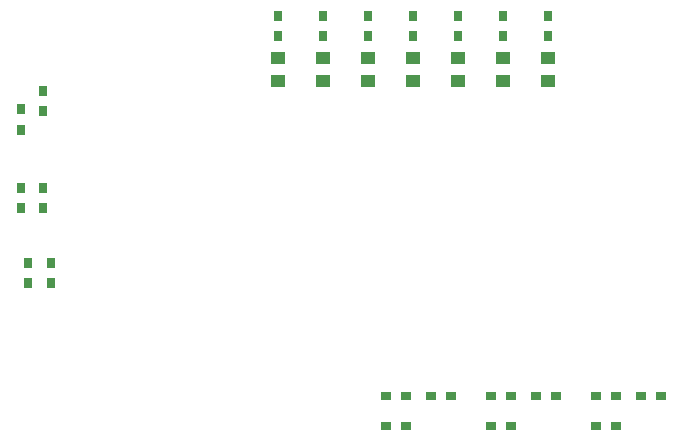
<source format=gbr>
G04 DipTrace 2.4.0.2*
%INTopPaste.gbr*%
%MOIN*%
%ADD54R,0.0511X0.0432*%
%ADD56R,0.0314X0.0353*%
%ADD58R,0.0353X0.0314*%
%FSLAX44Y44*%
G04*
G70*
G90*
G75*
G01*
%LNTopPaste*%
%LPD*%
D58*
X32525Y8940D3*
X31855D3*
X29025D3*
X28355D3*
X25525D3*
X24855D3*
D56*
X13690Y13690D3*
Y14359D3*
X13440Y16190D3*
Y16859D3*
Y19440D3*
Y20109D3*
D54*
X30253Y20440D3*
Y21188D3*
X28753Y20440D3*
Y21188D3*
X27253Y20440D3*
Y21188D3*
X25753Y20440D3*
Y21188D3*
X24253Y20440D3*
Y21188D3*
X22753Y20440D3*
Y21188D3*
X21253Y20440D3*
Y21188D3*
D58*
X32525Y9940D3*
X31855D3*
X33355D3*
X34025D3*
X29025D3*
X28355D3*
X29855D3*
X30525D3*
X25525D3*
X24855D3*
X26355D3*
X27025D3*
D56*
X12940Y14359D3*
Y13690D3*
X12690Y16859D3*
Y16190D3*
Y18815D3*
Y19484D3*
X27253Y21940D3*
Y22609D3*
X28753Y21940D3*
Y22609D3*
X30253Y21940D3*
Y22609D3*
X25753Y21940D3*
Y22609D3*
X21253Y21940D3*
Y22609D3*
X22753Y21940D3*
Y22609D3*
X24253Y21940D3*
Y22609D3*
M02*

</source>
